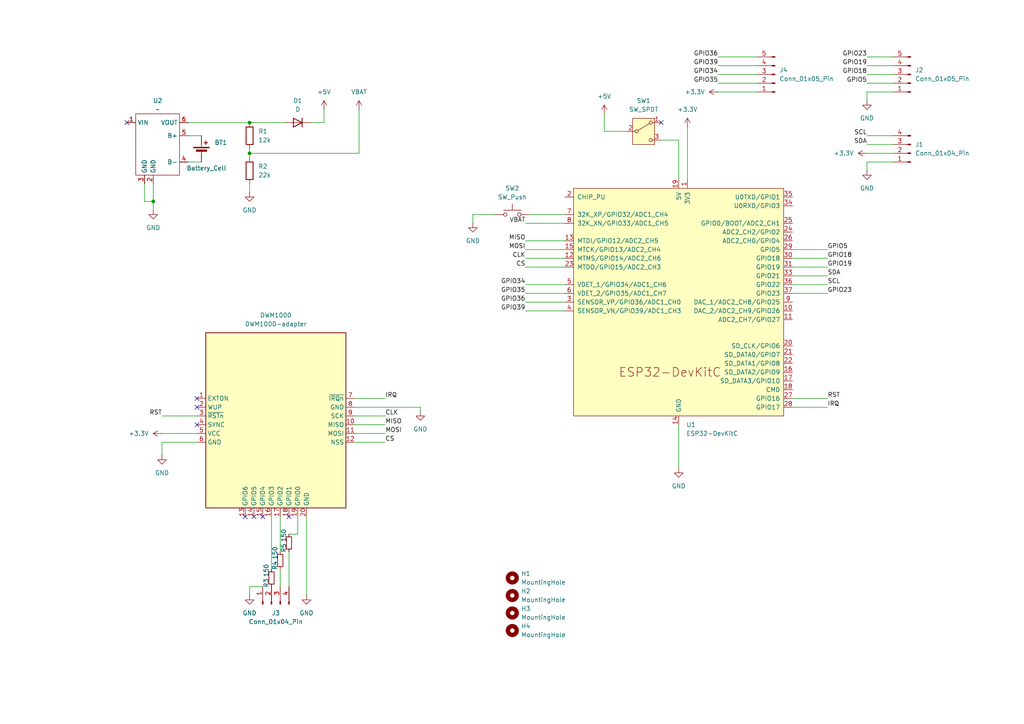
<source format=kicad_sch>
(kicad_sch (version 20231120) (generator "eeschema") (generator_version "8.0")
  (paper "A4")
  (lib_symbols
    (symbol "Connector:Conn_01x04_Pin" (pin_names (offset 1.016) hide)
      (property "Reference" "J" (at 0 5.08 0))
      (property "Value" "Conn_01x04_Pin" (at 0 -7.62 0))
      (symbol "Conn_01x04_Pin_1_1"
        (polyline (pts (xy 1.27 -5.08) (xy 0.8636 -5.08)) (stroke (width 0.1524)))
        (polyline (pts (xy 1.27 -2.54) (xy 0.8636 -2.54)) (stroke (width 0.1524)))
        (polyline (pts (xy 1.27 0) (xy 0.8636 0)) (stroke (width 0.1524)))
        (polyline (pts (xy 1.27 2.54) (xy 0.8636 2.54)) (stroke (width 0.1524)))
        (rectangle (start 0.8636 -4.953) (end 0 -5.207) (stroke (width 0.1524)) (fill (type outline)))
        (rectangle (start 0.8636 -2.413) (end 0 -2.667) (stroke (width 0.1524)) (fill (type outline)))
        (rectangle (start 0.8636 0.127) (end 0 -0.127) (stroke (width 0.1524)) (fill (type outline)))
        (rectangle (start 0.8636 2.667) (end 0 2.413) (stroke (width 0.1524)) (fill (type outline)))
        (pin passive line (at 5.08 2.54 180) (length 3.81) (name "Pin_1") (number "1"))
        (pin passive line (at 5.08 0 180) (length 3.81) (name "Pin_2") (number "2"))
        (pin passive line (at 5.08 -2.54 180) (length 3.81) (name "Pin_3") (number "3"))
        (pin passive line (at 5.08 -5.08 180) (length 3.81) (name "Pin_4") (number "4"))
      )
    )
    (symbol "Connector:Conn_01x05_Pin" (pin_names (offset 1.016) hide)
      (property "Reference" "J" (at 0 7.62 0))
      (property "Value" "Conn_01x05_Pin" (at 0 -7.62 0))
      (symbol "Conn_01x05_Pin_1_1"
        (polyline (pts (xy 1.27 -5.08) (xy 0.8636 -5.08)) (stroke (width 0.1524)))
        (polyline (pts (xy 1.27 -2.54) (xy 0.8636 -2.54)) (stroke (width 0.1524)))
        (polyline (pts (xy 1.27 0) (xy 0.8636 0)) (stroke (width 0.1524)))
        (polyline (pts (xy 1.27 2.54) (xy 0.8636 2.54)) (stroke (width 0.1524)))
        (polyline (pts (xy 1.27 5.08) (xy 0.8636 5.08)) (stroke (width 0.1524)))
        (rectangle (start 0.8636 -4.953) (end 0 -5.207) (stroke (width 0.1524)) (fill (type outline)))
        (rectangle (start 0.8636 -2.413) (end 0 -2.667) (stroke (width 0.1524)) (fill (type outline)))
        (rectangle (start 0.8636 0.127) (end 0 -0.127) (stroke (width 0.1524)) (fill (type outline)))
        (rectangle (start 0.8636 2.667) (end 0 2.413) (stroke (width 0.1524)) (fill (type outline)))
        (rectangle (start 0.8636 5.207) (end 0 4.953) (stroke (width 0.1524)) (fill (type outline)))
        (pin passive line (at 5.08 5.08 180) (length 3.81) (name "Pin_1") (number "1"))
        (pin passive line (at 5.08 2.54 180) (length 3.81) (name "Pin_2") (number "2"))
        (pin passive line (at 5.08 0 180) (length 3.81) (name "Pin_3") (number "3"))
        (pin passive line (at 5.08 -2.54 180) (length 3.81) (name "Pin_4") (number "4"))
        (pin passive line (at 5.08 -5.08 180) (length 3.81) (name "Pin_5") (number "5"))
      )
    )
    (symbol "Device:Battery_Cell" (pin_numbers hide) (pin_names (offset 0) hide)
      (property "Reference" "BT" (at 2.54 2.54 0))
      (property "Value" "Battery_Cell" (at 2.54 0 0))
      (symbol "Battery_Cell_0_1"
        (rectangle (start -2.286 1.778) (end 2.286 1.524) (fill (type outline)))
        (rectangle (start -1.524 1.016) (end 1.524 0.508) (fill (type outline)))
        (polyline (pts (xy 0 0.762) (xy 0 0)))
        (polyline (pts (xy 0 1.778) (xy 0 2.54)))
        (polyline (pts (xy 0.762 3.048) (xy 1.778 3.048)) (stroke (width 0.254)))
        (polyline (pts (xy 1.27 3.556) (xy 1.27 2.54)) (stroke (width 0.254)))
      )
      (symbol "Battery_Cell_1_1"
        (pin passive line (at 0 5.08 270) (length 2.54) (name "+") (number "1"))
        (pin passive line (at 0 -2.54 90) (length 2.54) (name "-") (number "2"))
      )
    )
    (symbol "Device:D" (pin_numbers hide) (pin_names (offset 1.016) hide)
      (property "Reference" "D" (at 0 2.54 0))
      (property "Value" "D" (at 0 -2.54 0))
      (symbol "D_0_1"
        (polyline (pts (xy -1.27 1.27) (xy -1.27 -1.27)) (stroke (width 0.254)))
        (polyline (pts (xy 1.27 0) (xy -1.27 0)))
        (polyline (pts (xy 1.27 1.27) (xy 1.27 -1.27) (xy -1.27 0) (xy 1.27 1.27)) (stroke (width 0.254)))
      )
      (symbol "D_1_1"
        (pin passive line (at -3.81 0 0) (length 2.54) (name "K") (number "1"))
        (pin passive line (at 3.81 0 180) (length 2.54) (name "A") (number "2"))
      )
    )
    (symbol "Device:R" (pin_numbers hide) (pin_names (offset 0))
      (property "Reference" "R" (at 2.032 0 90))
      (property "Value" "R" (at 0 0 90))
      (symbol "R_0_1"
        (rectangle (start -1.016 -2.54) (end 1.016 2.54) (stroke (width 0.254)))
      )
      (symbol "R_1_1"
        (pin passive line (at 0 3.81 270) (length 1.27) (name "~") (number "1"))
        (pin passive line (at 0 -3.81 90) (length 1.27) (name "~") (number "2"))
      )
    )
    (symbol "Device:R_Small" (pin_numbers hide) (pin_names (offset 0.254) hide)
      (property "Reference" "R" (at 0.762 0.508 0))
      (property "Value" "R_Small" (at 0.762 -1.016 0))
      (symbol "R_Small_0_1"
        (rectangle (start -0.762 1.778) (end 0.762 -1.778) (stroke (width 0.2032)))
      )
      (symbol "R_Small_1_1"
        (pin passive line (at 0 2.54 270) (length 0.762) (name "~") (number "1"))
        (pin passive line (at 0 -2.54 90) (length 0.762) (name "~") (number "2"))
      )
    )
    (symbol "Mechanical:MountingHole" (pin_names (offset 1.016)) (exclude_from_sim yes) (in_bom no)
      (property "Reference" "H" (at 0 5.08 0))
      (property "Value" "MountingHole" (at 0 3.175 0))
      (symbol "MountingHole_0_1"
        (circle (center 0 0) (radius 1.27) (stroke (width 1.27)))
      )
    )
    (symbol "PCM_Espressif:ESP32-DevKitC" (pin_names (offset 1.016))
      (property "Reference" "U" (at -30.48 38.1 0))
      (property "Value" "ESP32-DevKitC" (at -30.48 35.56 0))
      (symbol "ESP32-DevKitC_0_0"
        (text "ESP32-DevKitC" (at -2.54 -20.32 0) (effects (font (size 2.54 2.54))))
        (pin power_in line (at 0 -35.56 90) (length 2.54) (name "GND") (number "14"))
        (pin power_in line (at 0 35.56 270) (length 2.54) (name "5V") (number "19"))
      )
      (symbol "ESP32-DevKitC_0_1"
        (rectangle (start -30.48 33.02) (end 30.48 -33.02) (fill (type background)))
      )
      (symbol "ESP32-DevKitC_1_1"
        (pin power_in line (at 2.54 35.56 270) (length 2.54) (name "3V3") (number "1"))
        (pin bidirectional line (at 33.02 -2.54 180) (length 2.54) (name "DAC_2/ADC2_CH9/GPIO26") (number "10"))
        (pin bidirectional line (at 33.02 -5.08 180) (length 2.54) (name "ADC2_CH7/GPIO27") (number "11"))
        (pin bidirectional line (at -33.02 12.7 0) (length 2.54) (name "MTMS/GPIO14/ADC2_CH6") (number "12"))
        (pin bidirectional line (at -33.02 17.78 0) (length 2.54) (name "MTDI/GPIO12/ADC2_CH5") (number "13"))
        (pin bidirectional line (at -33.02 15.24 0) (length 2.54) (name "MTCK/GPIO13/ADC2_CH4") (number "15"))
        (pin bidirectional line (at 33.02 -20.32 180) (length 2.54) (name "SD_DATA2/GPIO9") (number "16"))
        (pin bidirectional line (at 33.02 -22.86 180) (length 2.54) (name "SD_DATA3/GPIO10") (number "17"))
        (pin bidirectional line (at 33.02 -25.4 180) (length 2.54) (name "CMD") (number "18"))
        (pin input line (at -33.02 30.48 0) (length 2.54) (name "CHIP_PU") (number "2"))
        (pin bidirectional line (at 33.02 -12.7 180) (length 2.54) (name "SD_CLK/GPIO6") (number "20"))
        (pin bidirectional line (at 33.02 -15.24 180) (length 2.54) (name "SD_DATA0/GPIO7") (number "21"))
        (pin bidirectional line (at 33.02 -17.78 180) (length 2.54) (name "SD_DATA1/GPIO8") (number "22"))
        (pin bidirectional line (at -33.02 10.16 0) (length 2.54) (name "MTDO/GPIO15/ADC2_CH3") (number "23"))
        (pin bidirectional line (at 33.02 20.32 180) (length 2.54) (name "ADC2_CH2/GPIO2") (number "24"))
        (pin bidirectional line (at 33.02 22.86 180) (length 2.54) (name "GPIO0/BOOT/ADC2_CH1") (number "25"))
        (pin bidirectional line (at 33.02 17.78 180) (length 2.54) (name "ADC2_CH0/GPIO4") (number "26"))
        (pin bidirectional line (at 33.02 -27.94 180) (length 2.54) (name "GPIO16") (number "27"))
        (pin bidirectional line (at 33.02 -30.48 180) (length 2.54) (name "GPIO17") (number "28"))
        (pin bidirectional line (at 33.02 15.24 180) (length 2.54) (name "GPIO5") (number "29"))
        (pin input line (at -33.02 0 0) (length 2.54) (name "SENSOR_VP/GPIO36/ADC1_CH0") (number "3"))
        (pin bidirectional line (at 33.02 12.7 180) (length 2.54) (name "GPIO18") (number "30"))
        (pin bidirectional line (at 33.02 10.16 180) (length 2.54) (name "GPIO19") (number "31"))
        (pin passive line (at 0 -35.56 90) (length 2.54) hide (name "GND") (number "32"))
        (pin bidirectional line (at 33.02 7.62 180) (length 2.54) (name "GPIO21") (number "33"))
        (pin bidirectional line (at 33.02 27.94 180) (length 2.54) (name "U0RXD/GPIO3") (number "34"))
        (pin bidirectional line (at 33.02 30.48 180) (length 2.54) (name "U0TXD/GPIO1") (number "35"))
        (pin bidirectional line (at 33.02 5.08 180) (length 2.54) (name "GPIO22") (number "36"))
        (pin bidirectional line (at 33.02 2.54 180) (length 2.54) (name "GPIO23") (number "37"))
        (pin passive line (at 0 -35.56 90) (length 2.54) hide (name "GND") (number "38"))
        (pin input line (at -33.02 -2.54 0) (length 2.54) (name "SENSOR_VN/GPIO39/ADC1_CH3") (number "4"))
        (pin input line (at -33.02 5.08 0) (length 2.54) (name "VDET_1/GPIO34/ADC1_CH6") (number "5"))
        (pin input line (at -33.02 2.54 0) (length 2.54) (name "VDET_2/GPIO35/ADC1_CH7") (number "6"))
        (pin bidirectional line (at -33.02 25.4 0) (length 2.54) (name "32K_XP/GPIO32/ADC1_CH4") (number "7"))
        (pin bidirectional line (at -33.02 22.86 0) (length 2.54) (name "32K_XN/GPIO33/ADC1_CH5") (number "8"))
        (pin bidirectional line (at 33.02 0 180) (length 2.54) (name "DAC_1/ADC2_CH8/GPIO25") (number "9"))
      )
    )
    (symbol "Switch:SW_Push" (pin_numbers hide) (pin_names (offset 1.016) hide)
      (property "Reference" "SW" (at 1.27 2.54 0))
      (property "Value" "SW_Push" (at 0 -1.524 0))
      (symbol "SW_Push_0_1"
        (circle (center -2.032 0) (radius 0.508))
        (polyline (pts (xy 0 1.27) (xy 0 3.048)))
        (polyline (pts (xy 2.54 1.27) (xy -2.54 1.27)))
        (circle (center 2.032 0) (radius 0.508))
        (pin passive line (at -5.08 0 0) (length 2.54) (name "1") (number "1"))
        (pin passive line (at 5.08 0 180) (length 2.54) (name "2") (number "2"))
      )
    )
    (symbol "Switch:SW_SPDT" (pin_names (offset 0) hide)
      (property "Reference" "SW" (at 0 5.08 0))
      (property "Value" "SW_SPDT" (at 0 -5.08 0))
      (symbol "SW_SPDT_0_1"
        (circle (center -2.032 0) (radius 0.4572))
        (polyline (pts (xy -1.651 0.254) (xy 1.651 2.286)))
        (circle (center 2.032 -2.54) (radius 0.4572))
        (circle (center 2.032 2.54) (radius 0.4572))
      )
      (symbol "SW_SPDT_1_1"
        (rectangle (start -3.175 3.81) (end 3.175 -3.81) (fill (type background)))
        (pin passive line (at 5.08 2.54 180) (length 2.54) (name "A") (number "1"))
        (pin passive line (at -5.08 0 0) (length 2.54) (name "B") (number "2"))
        (pin passive line (at 5.08 -2.54 180) (length 2.54) (name "C") (number "3"))
      )
    )
    (symbol "charging_module:charging_module"
      (property "Reference" "U" (at 0 10.414 0))
      (symbol "charging_module_0_1"
        (rectangle (start -6.35 8.89) (end 6.35 -8.89))
      )
      (symbol "charging_module_1_1"
        (pin power_in line (at -8.89 6.35 0) (length 2.54) (name "VIN") (number "1"))
        (pin power_in line (at -1.27 -11.43 90) (length 2.54) (name "GND") (number "2"))
        (pin power_in line (at -3.81 -11.43 90) (length 2.54) (name "GND") (number "3"))
        (pin passive line (at 8.89 -5.08 180) (length 2.54) (name "B-") (number "4"))
        (pin passive line (at 8.89 2.54 180) (length 2.54) (name "B+") (number "5"))
        (pin power_out line (at 8.89 6.35 180) (length 2.54) (name "VOUT") (number "6"))
      )
    )
    (symbol "dwm-adapter:DWM1000-adapter"
      (property "Reference" "DWM1000" (at 0 30.48 0))
      (property "Value" "DWM1000-adapter" (at 0 27.94 0))
      (symbol "DWM1000-adapter_0_1"
        (rectangle (start -20.32 25.4) (end 20.32 -25.4) (stroke (width 0.254)) (fill (type background)))
      )
      (symbol "DWM1000-adapter_1_1"
        (pin bidirectional line (at -22.86 6.35 0) (length 2.54) (name "EXTON") (number "1"))
        (pin bidirectional line (at 22.86 -1.27 180) (length 2.54) (name "MISO") (number "10"))
        (pin bidirectional line (at 22.86 -3.81 180) (length 2.54) (name "MOSI") (number "11"))
        (pin bidirectional line (at 22.86 -6.35 180) (length 2.54) (name "NSS") (number "12"))
        (pin bidirectional line (at -8.89 -27.94 90) (length 2.54) (name "GPIO6") (number "13"))
        (pin bidirectional line (at -6.35 -27.94 90) (length 2.54) (name "GPIO5") (number "14"))
        (pin bidirectional line (at -3.81 -27.94 90) (length 2.54) (name "GPIO4") (number "15"))
        (pin bidirectional line (at -1.27 -27.94 90) (length 2.54) (name "GPIO3") (number "16"))
        (pin passive line (at -2.54 -27.94 90) (length 2.54) hide (name "VSS") (number "16"))
        (pin bidirectional line (at 1.27 -27.94 90) (length 2.54) (name "GPIO2") (number "17"))
        (pin bidirectional line (at 3.81 -27.94 90) (length 2.54) (name "GPIO1") (number "18"))
        (pin bidirectional line (at 6.35 -27.94 90) (length 2.54) (name "GPIO0") (number "19"))
        (pin bidirectional line (at -22.86 3.81 0) (length 2.54) (name "WUP") (number "2"))
        (pin bidirectional line (at 8.89 -27.94 90) (length 2.54) (name "GND") (number "20"))
        (pin bidirectional line (at -22.86 1.27 0) (length 2.54) (name "~{RSTn}") (number "3"))
        (pin bidirectional line (at -22.86 -1.27 0) (length 2.54) (name "SYNC") (number "4"))
        (pin bidirectional line (at -22.86 -3.81 0) (length 2.54) (name "VCC") (number "5"))
        (pin bidirectional line (at -22.86 -6.35 0) (length 2.54) (name "GND") (number "6"))
        (pin bidirectional line (at 22.86 6.35 180) (length 2.54) (name "~{IRQn}") (number "7"))
        (pin bidirectional line (at 22.86 3.81 180) (length 2.54) (name "GND") (number "8"))
        (pin bidirectional line (at 22.86 1.27 180) (length 2.54) (name "SCK") (number "9"))
      )
    )
    (symbol "power:+3.3V" (power) (pin_numbers hide) (pin_names (offset 0) hide)
      (property "Value" "+3.3V" (at 0 3.556 0))
      (symbol "+3.3V_0_1"
        (polyline (pts (xy -0.762 1.27) (xy 0 2.54)))
        (polyline (pts (xy 0 0) (xy 0 2.54)))
        (polyline (pts (xy 0 2.54) (xy 0.762 1.27)))
      )
      (symbol "+3.3V_1_1"
        (pin power_in line (at 0 0 90) (length 0) (name "~") (number "1"))
      )
    )
    (symbol "power:+5V" (power) (pin_numbers hide) (pin_names (offset 0) hide)
      (property "Value" "+5V" (at 0 3.556 0))
      (symbol "+5V_0_1"
        (polyline (pts (xy -0.762 1.27) (xy 0 2.54)))
        (polyline (pts (xy 0 0) (xy 0 2.54)))
        (polyline (pts (xy 0 2.54) (xy 0.762 1.27)))
      )
      (symbol "+5V_1_1"
        (pin power_in line (at 0 0 90) (length 0) (name "~") (number "1"))
      )
    )
    (symbol "power:GND" (power) (pin_numbers hide) (pin_names (offset 0) hide)
      (property "Value" "GND" (at 0 -3.81 0))
      (symbol "GND_0_1"
        (polyline (pts (xy 0 0) (xy 0 -1.27) (xy 1.27 -1.27) (xy 0 -2.54) (xy -1.27 -1.27) (xy 0 -1.27)))
      )
      (symbol "GND_1_1"
        (pin power_in line (at 0 0 270) (length 0) (name "~") (number "1"))
      )
    )
    (symbol "power:VBUS" (power) (pin_numbers hide) (pin_names (offset 0) hide)
      (property "Value" "VBUS" (at 0 3.556 0))
      (symbol "VBUS_0_1"
        (polyline (pts (xy -0.762 1.27) (xy 0 2.54)))
        (polyline (pts (xy 0 0) (xy 0 2.54)))
        (polyline (pts (xy 0 2.54) (xy 0.762 1.27)))
      )
      (symbol "VBUS_1_1"
        (pin power_in line (at 0 0 90) (length 0) (name "~") (number "1"))
      )
    )
  )
  (junction (at 72.39 44.45))
  (junction (at 44.45 58.42))
  (junction (at 72.39 35.56))
  (no_connect (at 71.12 149.86))
  (no_connect (at 57.15 118.11))
  (no_connect (at 191.77 35.56))
  (no_connect (at 76.2 149.86))
  (no_connect (at 83.82 149.86))
  (no_connect (at 36.83 35.56))
  (no_connect (at 57.15 115.57))
  (no_connect (at 73.66 149.86))
  (no_connect (at 57.15 123.19))
  (wire (pts (xy 88.9 149.86) (xy 88.9 172.72)))
  (wire (pts (xy 54.61 39.37) (xy 58.42 39.37)))
  (wire (pts (xy 229.87 85.09) (xy 240.03 85.09)))
  (wire (pts (xy 181.61 38.1) (xy 175.26 38.1)))
  (wire (pts (xy 102.87 125.73) (xy 111.76 125.73)))
  (wire (pts (xy 251.46 26.67) (xy 251.46 29.21)))
  (wire (pts (xy 72.39 170.18) (xy 72.39 172.72)))
  (wire (pts (xy 152.4 64.77) (xy 163.83 64.77)))
  (wire (pts (xy 102.87 128.27) (xy 111.76 128.27)))
  (wire (pts (xy 229.87 80.01) (xy 240.03 80.01)))
  (wire (pts (xy 102.87 123.19) (xy 111.76 123.19)))
  (wire (pts (xy 196.85 123.19) (xy 196.85 135.89)))
  (wire (pts (xy 196.85 52.07) (xy 196.85 40.64)))
  (wire (pts (xy 78.74 149.86) (xy 78.74 165.1)))
  (wire (pts (xy 251.46 16.51) (xy 259.08 16.51)))
  (wire (pts (xy 102.87 115.57) (xy 111.76 115.57)))
  (wire (pts (xy 44.45 53.34) (xy 44.45 58.42)))
  (wire (pts (xy 44.45 58.42) (xy 44.45 60.96)))
  (wire (pts (xy 259.08 46.99) (xy 251.46 46.99)))
  (wire (pts (xy 229.87 72.39) (xy 240.03 72.39)))
  (wire (pts (xy 76.2 170.18) (xy 72.39 170.18)))
  (wire (pts (xy 102.87 118.11) (xy 121.92 118.11)))
  (wire (pts (xy 251.46 39.37) (xy 259.08 39.37)))
  (wire (pts (xy 72.39 53.34) (xy 72.39 55.88)))
  (wire (pts (xy 251.46 46.99) (xy 251.46 49.53)))
  (wire (pts (xy 104.14 31.75) (xy 104.14 44.45)))
  (wire (pts (xy 175.26 38.1) (xy 175.26 33.02)))
  (wire (pts (xy 229.87 118.11) (xy 240.03 118.11)))
  (wire (pts (xy 46.99 128.27) (xy 57.15 128.27)))
  (wire (pts (xy 199.39 36.83) (xy 199.39 52.07)))
  (wire (pts (xy 143.51 62.23) (xy 137.16 62.23)))
  (wire (pts (xy 41.91 53.34) (xy 41.91 58.42)))
  (wire (pts (xy 81.28 149.86) (xy 81.28 160.02)))
  (wire (pts (xy 251.46 24.13) (xy 259.08 24.13)))
  (wire (pts (xy 196.85 40.64) (xy 191.77 40.64)))
  (wire (pts (xy 208.28 21.59) (xy 219.71 21.59)))
  (wire (pts (xy 72.39 35.56) (xy 82.55 35.56)))
  (wire (pts (xy 229.87 115.57) (xy 240.03 115.57)))
  (wire (pts (xy 137.16 62.23) (xy 137.16 64.77)))
  (wire (pts (xy 104.14 44.45) (xy 72.39 44.45)))
  (wire (pts (xy 229.87 74.93) (xy 240.03 74.93)))
  (wire (pts (xy 208.28 16.51) (xy 219.71 16.51)))
  (wire (pts (xy 251.46 21.59) (xy 259.08 21.59)))
  (wire (pts (xy 251.46 19.05) (xy 259.08 19.05)))
  (wire (pts (xy 86.36 149.86) (xy 86.36 154.94)))
  (wire (pts (xy 152.4 72.39) (xy 163.83 72.39)))
  (wire (pts (xy 153.67 62.23) (xy 163.83 62.23)))
  (wire (pts (xy 46.99 125.73) (xy 57.15 125.73)))
  (wire (pts (xy 152.4 82.55) (xy 163.83 82.55)))
  (wire (pts (xy 208.28 19.05) (xy 219.71 19.05)))
  (wire (pts (xy 102.87 120.65) (xy 111.76 120.65)))
  (wire (pts (xy 229.87 77.47) (xy 240.03 77.47)))
  (wire (pts (xy 251.46 41.91) (xy 259.08 41.91)))
  (wire (pts (xy 46.99 120.65) (xy 57.15 120.65)))
  (wire (pts (xy 54.61 46.99) (xy 58.42 46.99)))
  (wire (pts (xy 251.46 44.45) (xy 259.08 44.45)))
  (wire (pts (xy 72.39 43.18) (xy 72.39 44.45)))
  (wire (pts (xy 152.4 77.47) (xy 163.83 77.47)))
  (wire (pts (xy 229.87 82.55) (xy 240.03 82.55)))
  (wire (pts (xy 152.4 74.93) (xy 163.83 74.93)))
  (wire (pts (xy 46.99 132.08) (xy 46.99 128.27)))
  (wire (pts (xy 72.39 44.45) (xy 72.39 45.72)))
  (wire (pts (xy 81.28 165.1) (xy 81.28 170.18)))
  (wire (pts (xy 54.61 35.56) (xy 72.39 35.56)))
  (wire (pts (xy 41.91 58.42) (xy 44.45 58.42)))
  (wire (pts (xy 152.4 87.63) (xy 163.83 87.63)))
  (wire (pts (xy 208.28 24.13) (xy 219.71 24.13)))
  (wire (pts (xy 90.17 35.56) (xy 93.98 35.56)))
  (wire (pts (xy 93.98 35.56) (xy 93.98 31.75)))
  (wire (pts (xy 152.4 90.17) (xy 163.83 90.17)))
  (wire (pts (xy 251.46 26.67) (xy 259.08 26.67)))
  (wire (pts (xy 86.36 154.94) (xy 83.82 154.94)))
  (wire (pts (xy 152.4 85.09) (xy 163.83 85.09)))
  (wire (pts (xy 121.92 118.11) (xy 121.92 119.38)))
  (wire (pts (xy 152.4 69.85) (xy 163.83 69.85)))
  (wire (pts (xy 83.82 160.02) (xy 83.82 170.18)))
  (wire (pts (xy 208.28 26.67) (xy 219.71 26.67)))
  (label "CS" (at 152.4 77.47 180))
  (label "GPIO39" (at 208.28 19.05 180))
  (label "MISO" (at 111.76 123.19 0))
  (label "MOSI" (at 152.4 72.39 180))
  (label "IRQ" (at 240.03 118.11 0))
  (label "SCL" (at 251.46 39.37 180))
  (label "CLK" (at 111.76 120.65 0))
  (label "GPIO35" (at 208.28 24.13 180))
  (label "GPIO23" (at 251.46 16.51 180))
  (label "GPIO23" (at 240.03 85.09 0))
  (label "GPIO19" (at 251.46 19.05 180))
  (label "VBAT" (at 152.4 64.77 180))
  (label "GPIO36" (at 208.28 16.51 180))
  (label "GPIO18" (at 240.03 74.93 0))
  (label "RST" (at 46.99 120.65 180))
  (label "IRQ" (at 111.76 115.57 0))
  (label "GPIO39" (at 152.4 90.17 180))
  (label "GPIO19" (at 240.03 77.47 0))
  (label "SDA" (at 251.46 41.91 180))
  (label "CS" (at 111.76 128.27 0))
  (label "RST" (at 240.03 115.57 0))
  (label "SDA" (at 240.03 80.01 0))
  (label "MOSI" (at 111.76 125.73 0))
  (label "GPIO35" (at 152.4 85.09 180))
  (label "GPIO18" (at 251.46 21.59 180))
  (label "MISO" (at 152.4 69.85 180))
  (label "GPIO34" (at 208.28 21.59 180))
  (label "GPIO5" (at 251.46 24.13 180))
  (label "GPIO36" (at 152.4 87.63 180))
  (label "GPIO34" (at 152.4 82.55 180))
  (label "CLK" (at 152.4 74.93 180))
  (label "SCL" (at 240.03 82.55 0))
  (label "GPIO5" (at 240.03 72.39 0))
  (symbol (lib_id "Mechanical:MountingHole") (at 148.59 177.8 0) (unit 1) (exclude_from_sim yes) (in_bom no)
    (property "Reference" "H3" (at 151.13 176.5299 0) (effects (justify left)))
    (property "Value" "MountingHole" (at 151.13 179.0699 0) (effects (justify left)))
    (property "Footprint" "MountingHole:MountingHole_3.2mm_M3" (effects (hide yes)))
    (property "Description" "Mounting Hole without connection" (effects (hide yes)))
  )
  (symbol (lib_id "charging_module:charging_module") (at 45.72 41.91 0) (unit 1)
    (property "Reference" "U2" (at 45.72 29.21 0))
    (property "Value" "~" (at 45.72 31.75 0))
    (property "Footprint" "charging_module:TP4056-18650" (effects (hide yes)))
  )
  (symbol (lib_id "Mechanical:MountingHole") (at 148.59 172.72 0) (unit 1) (exclude_from_sim yes) (in_bom no)
    (property "Reference" "H2" (at 151.13 171.4499 0) (effects (justify left)))
    (property "Value" "MountingHole" (at 151.13 173.9899 0) (effects (justify left)))
    (property "Footprint" "MountingHole:MountingHole_3.2mm_M3" (effects (hide yes)))
    (property "Description" "Mounting Hole without connection" (effects (hide yes)))
  )
  (symbol (lib_id "Device:Battery_Cell") (at 58.42 44.45 0) (unit 1)
    (property "Reference" "BT1" (at 62.23 41.3384 0) (effects (justify left)))
    (property "Value" "Battery_Cell" (at 54.102 48.768 0) (effects (justify left)))
    (property "Footprint" "Connector_PinHeader_2.54mm:PinHeader_1x02_P2.54mm_Vertical" (effects (hide yes)))
    (property "Description" "Single-cell battery" (effects (hide yes)))
  )
  (symbol (lib_id "Device:R_Small") (at 78.74 167.64 0) (unit 1)
    (property "Reference" "R3" (at 77.216 170.434 90) (effects (justify left)))
    (property "Value" "150" (at 77.216 167.386 90) (effects (justify left)))
    (property "Footprint" "Resistor_SMD:R_0402_1005Metric" (effects (hide yes)))
    (property "Description" "Resistor, small symbol" (effects (hide yes)))
  )
  (symbol (lib_id "power:GND") (at 251.46 29.21 0) (unit 1)
    (property "Reference" "#PWR016" (effects (hide yes)))
    (property "Value" "GND" (at 251.46 34.29 0))
    (property "Description" "Power symbol creates a global label with name \"GND\" , ground" (effects (hide yes)))
  )
  (symbol (lib_id "power:+5V") (at 93.98 31.75 0) (unit 1)
    (property "Reference" "#PWR012" (effects (hide yes)))
    (property "Value" "+5V" (at 93.98 26.67 0))
    (property "Description" "Power symbol creates a global label with name \"+5V\"" (effects (hide yes)))
  )
  (symbol (lib_id "power:GND") (at 137.16 64.77 0) (unit 1)
    (property "Reference" "#PWR011" (effects (hide yes)))
    (property "Value" "GND" (at 137.16 69.85 0))
    (property "Description" "Power symbol creates a global label with name \"GND\" , ground" (effects (hide yes)))
  )
  (symbol (lib_id "power:GND") (at 72.39 55.88 0) (unit 1)
    (property "Reference" "#PWR010" (effects (hide yes)))
    (property "Value" "GND" (at 72.39 60.96 0))
    (property "Description" "Power symbol creates a global label with name \"GND\" , ground" (effects (hide yes)))
  )
  (symbol (lib_id "Mechanical:MountingHole") (at 148.59 182.88 0) (unit 1) (exclude_from_sim yes) (in_bom no)
    (property "Reference" "H4" (at 151.13 181.6099 0) (effects (justify left)))
    (property "Value" "MountingHole" (at 151.13 184.1499 0) (effects (justify left)))
    (property "Footprint" "MountingHole:MountingHole_3.2mm_M3" (effects (hide yes)))
    (property "Description" "Mounting Hole without connection" (effects (hide yes)))
  )
  (symbol (lib_id "Connector:Conn_01x04_Pin") (at 78.74 175.26 90) (unit 1)
    (property "Reference" "J3" (at 80.01 177.8 90))
    (property "Value" "Conn_01x04_Pin" (at 80.01 180.34 90))
    (property "Footprint" "Connector_PinHeader_2.54mm:PinHeader_1x04_P2.54mm_Vertical" (effects (hide yes)))
    (property "Description" "Generic connector, single row, 01x04, script generated" (effects (hide yes)))
  )
  (symbol (lib_id "power:GND") (at 72.39 172.72 0) (unit 1)
    (property "Reference" "#PWR015" (effects (hide yes)))
    (property "Value" "GND" (at 72.39 177.8 0))
    (property "Description" "Power symbol creates a global label with name \"GND\" , ground" (effects (hide yes)))
  )
  (symbol (lib_id "power:+3.3V") (at 46.99 125.73 90) (mirror x) (unit 1)
    (property "Reference" "#PWR01" (effects (hide yes)))
    (property "Value" "+3.3V" (at 43.18 125.7299 90) (effects (justify left)))
    (property "Description" "Power symbol creates a global label with name \"+3.3V\"" (effects (hide yes)))
  )
  (symbol (lib_id "power:VBUS") (at 104.14 31.75 0) (unit 1)
    (property "Reference" "#PWR013" (effects (hide yes)))
    (property "Value" "VBAT" (at 104.14 26.67 0))
    (property "Description" "Power symbol creates a global label with name \"VBUS\"" (effects (hide yes)))
  )
  (symbol (lib_id "power:GND") (at 44.45 60.96 0) (unit 1)
    (property "Reference" "#PWR09" (effects (hide yes)))
    (property "Value" "GND" (at 44.45 66.04 0))
    (property "Description" "Power symbol creates a global label with name \"GND\" , ground" (effects (hide yes)))
  )
  (symbol (lib_id "Device:R") (at 72.39 39.37 0) (unit 1)
    (property "Reference" "R1" (at 74.93 38.0999 0) (effects (justify left)))
    (property "Value" "12k" (at 74.93 40.6399 0) (effects (justify left)))
    (property "Footprint" "Resistor_THT:R_Axial_DIN0207_L6.3mm_D2.5mm_P10.16mm_Horizontal" (effects (hide yes)))
    (property "Description" "Resistor" (effects (hide yes)))
  )
  (symbol (lib_id "Device:D") (at 86.36 35.56 180) (unit 1)
    (property "Reference" "D1" (at 86.36 29.21 0))
    (property "Value" "D" (at 86.36 31.75 0))
    (property "Footprint" "Diode_THT:D_A-405_P10.16mm_Horizontal" (effects (hide yes)))
    (property "Description" "Diode" (effects (hide yes)))
    (property "Sim.Device" "D" (effects (hide yes)))
    (property "Sim.Pins" "1=K 2=A" (effects (hide yes)))
  )
  (symbol (lib_id "power:GND") (at 251.46 49.53 0) (unit 1)
    (property "Reference" "#PWR07" (effects (hide yes)))
    (property "Value" "GND" (at 251.46 54.61 0))
    (property "Description" "Power symbol creates a global label with name \"GND\" , ground" (effects (hide yes)))
  )
  (symbol (lib_id "power:GND") (at 46.99 132.08 0) (mirror y) (unit 1)
    (property "Reference" "#PWR02" (effects (hide yes)))
    (property "Value" "GND" (at 46.99 137.16 0))
    (property "Description" "Power symbol creates a global label with name \"GND\" , ground" (effects (hide yes)))
  )
  (symbol (lib_id "dwm-adapter:DWM1000-adapter") (at 80.01 121.92 0) (unit 1)
    (property "Reference" "DWM1000" (at 80.01 91.44 0))
    (property "Value" "DWM1000-adapter" (at 80.01 93.98 0))
    (property "Footprint" "dwm1000-adapter:DWM1000 adapter" (effects (hide yes)))
    (property "Datasheet" "https://www.decawave.com/sites/default/files/resources/dwm1000-datasheet-v1.3.pdf" (effects (hide yes)))
    (property "Description" "Ultra wide band RF module With ranging location capabilities adapter" (effects (hide yes)))
  )
  (symbol (lib_id "Mechanical:MountingHole") (at 148.59 167.64 0) (unit 1) (exclude_from_sim yes) (in_bom no)
    (property "Reference" "H1" (at 151.13 166.3699 0) (effects (justify left)))
    (property "Value" "MountingHole" (at 151.13 168.9099 0) (effects (justify left)))
    (property "Footprint" "MountingHole:MountingHole_3.2mm_M3" (effects (hide yes)))
    (property "Description" "Mounting Hole without connection" (effects (hide yes)))
  )
  (symbol (lib_id "power:GND") (at 88.9 172.72 0) (unit 1)
    (property "Reference" "#PWR03" (effects (hide yes)))
    (property "Value" "GND" (at 88.9 177.8 0))
    (property "Description" "Power symbol creates a global label with name \"GND\" , ground" (effects (hide yes)))
  )
  (symbol (lib_id "power:GND") (at 196.85 135.89 0) (unit 1)
    (property "Reference" "#PWR05" (effects (hide yes)))
    (property "Value" "GND" (at 196.85 140.97 0))
    (property "Description" "Power symbol creates a global label with name \"GND\" , ground" (effects (hide yes)))
  )
  (symbol (lib_id "Device:R_Small") (at 81.28 162.56 0) (unit 1)
    (property "Reference" "R4" (at 79.756 165.354 90) (effects (justify left)))
    (property "Value" "150" (at 79.756 162.306 90) (effects (justify left)))
    (property "Footprint" "Resistor_SMD:R_0402_1005Metric" (effects (hide yes)))
    (property "Description" "Resistor, small symbol" (effects (hide yes)))
  )
  (symbol (lib_id "power:+5V") (at 175.26 33.02 0) (unit 1)
    (property "Reference" "#PWR014" (effects (hide yes)))
    (property "Value" "+5V" (at 175.26 27.94 0))
    (property "Description" "Power symbol creates a global label with name \"+5V\"" (effects (hide yes)))
  )
  (symbol (lib_id "PCM_Espressif:ESP32-DevKitC") (at 196.85 87.63 0) (unit 1)
    (property "Reference" "U1" (at 199.0441 123.19 0) (effects (justify left)))
    (property "Value" "ESP32-DevKitC" (at 199.0441 125.73 0) (effects (justify left)))
    (property "Footprint" "PCM_Espressif:ESP32-DevKitC" (effects (hide yes)))
    (property "Datasheet" "https://docs.espressif.com/projects/esp-idf/zh_CN/latest/esp32/hw-reference/esp32/get-started-devkitc.html" (effects (hide yes)))
    (property "Description" "Development Kit" (effects (hide yes)))
  )
  (symbol (lib_id "Connector:Conn_01x04_Pin") (at 264.16 44.45 180) (unit 1)
    (property "Reference" "J1" (at 265.43 41.9099 0) (effects (justify right)))
    (property "Value" "Conn_01x04_Pin" (at 265.43 44.4499 0) (effects (justify right)))
    (property "Footprint" "Connector_PinHeader_2.54mm:PinHeader_1x04_P2.54mm_Vertical" (effects (hide yes)))
    (property "Description" "Generic connector, single row, 01x04, script generated" (effects (hide yes)))
  )
  (symbol (lib_id "power:+3.3V") (at 199.39 36.83 0) (unit 1)
    (property "Reference" "#PWR06" (effects (hide yes)))
    (property "Value" "+3.3V" (at 199.39 31.75 0))
    (property "Description" "Power symbol creates a global label with name \"+3.3V\"" (effects (hide yes)))
  )
  (symbol (lib_id "Switch:SW_Push") (at 148.59 62.23 0) (unit 1)
    (property "Reference" "SW2" (at 148.59 54.61 0))
    (property "Value" "SW_Push" (at 148.59 57.15 0))
    (property "Footprint" "Button_Switch_THT:SW_PUSH-12mm" (effects (hide yes)))
    (property "Description" "Push button switch, generic, two pins" (effects (hide yes)))
  )
  (symbol (lib_id "Connector:Conn_01x05_Pin") (at 264.16 21.59 180) (unit 1)
    (property "Reference" "J2" (at 265.43 20.3199 0) (effects (justify right)))
    (property "Value" "Conn_01x05_Pin" (at 265.43 22.8599 0) (effects (justify right)))
    (property "Footprint" "Connector_PinHeader_2.54mm:PinHeader_1x05_P2.54mm_Vertical" (effects (hide yes)))
    (property "Description" "Generic connector, single row, 01x05, script generated" (effects (hide yes)))
  )
  (symbol (lib_id "Connector:Conn_01x05_Pin") (at 224.79 21.59 180) (unit 1)
    (property "Reference" "J4" (at 226.06 20.3199 0) (effects (justify right)))
    (property "Value" "Conn_01x05_Pin" (at 226.06 22.8599 0) (effects (justify right)))
    (property "Footprint" "Connector_PinHeader_2.54mm:PinHeader_1x05_P2.54mm_Vertical" (effects (hide yes)))
    (property "Description" "Generic connector, single row, 01x05, script generated" (effects (hide yes)))
  )
  (symbol (lib_id "Device:R_Small") (at 83.82 157.48 0) (unit 1)
    (property "Reference" "R5" (at 82.296 160.274 90) (effects (justify left)))
    (property "Value" "150" (at 82.296 157.226 90) (effects (justify left)))
    (property "Footprint" "Resistor_SMD:R_0402_1005Metric" (effects (hide yes)))
    (property "Description" "Resistor, small symbol" (effects (hide yes)))
  )
  (symbol (lib_id "Device:R") (at 72.39 49.53 0) (unit 1)
    (property "Reference" "R2" (at 74.93 48.2599 0) (effects (justify left)))
    (property "Value" "22k" (at 74.93 50.7999 0) (effects (justify left)))
    (property "Footprint" "Resistor_THT:R_Axial_DIN0207_L6.3mm_D2.5mm_P10.16mm_Horizontal" (effects (hide yes)))
    (property "Description" "Resistor" (effects (hide yes)))
  )
  (symbol (lib_id "power:+3.3V") (at 208.28 26.67 90) (unit 1)
    (property "Reference" "#PWR017" (effects (hide yes)))
    (property "Value" "+3.3V" (at 204.47 26.6699 90) (effects (justify left)))
    (property "Description" "Power symbol creates a global label with name \"+3.3V\"" (effects (hide yes)))
  )
  (symbol (lib_id "power:+3.3V") (at 251.46 44.45 90) (unit 1)
    (property "Reference" "#PWR08" (effects (hide yes)))
    (property "Value" "+3.3V" (at 247.65 44.4499 90) (effects (justify left)))
    (property "Description" "Power symbol creates a global label with name \"+3.3V\"" (effects (hide yes)))
  )
  (symbol (lib_id "power:GND") (at 121.92 119.38 0) (mirror y) (unit 1)
    (property "Reference" "#PWR04" (effects (hide yes)))
    (property "Value" "GND" (at 121.92 124.46 0))
    (property "Description" "Power symbol creates a global label with name \"GND\" , ground" (effects (hide yes)))
  )
  (symbol (lib_id "Switch:SW_SPDT") (at 186.69 38.1 0) (unit 1)
    (property "Reference" "SW1" (at 186.69 29.21 0))
    (property "Value" "SW_SPDT" (at 186.69 31.75 0))
    (property "Footprint" "Connector_PinHeader_2.54mm:PinHeader_1x03_P2.54mm_Vertical" (effects (hide yes)))
    (property "Description" "Switch, single pole double throw" (effects (hide yes)))
  )
)
</source>
